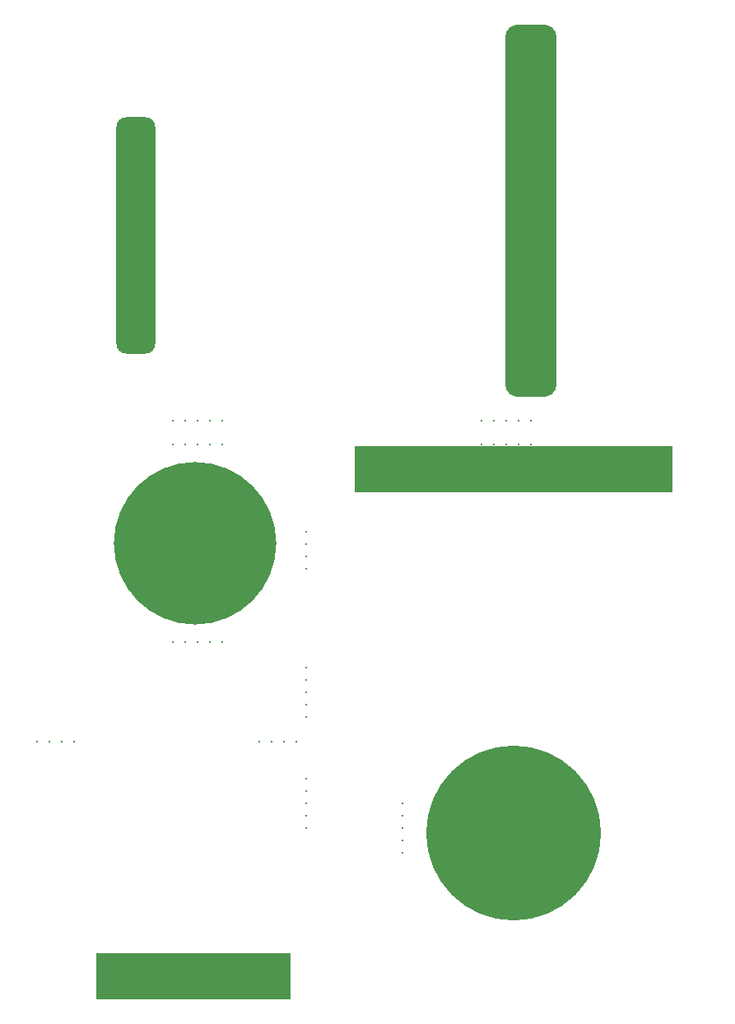
<source format=gts>
G04*
G04 #@! TF.GenerationSoftware,Altium Limited,Altium Designer,19.1.8 (144)*
G04*
G04 Layer_Color=8388736*
%FSLAX24Y24*%
%MOIN*%
G70*
G01*
G75*
%ADD18C,0.7080*%
%ADD19R,1.2880X0.1880*%
%ADD20R,0.7880X0.1880*%
%ADD21C,0.0080*%
G04:AMPARAMS|DCode=22|XSize=1508mil|YSize=208mil|CornerRadius=54mil|HoleSize=0mil|Usage=FLASHONLY|Rotation=90.000|XOffset=0mil|YOffset=0mil|HoleType=Round|Shape=RoundedRectangle|*
%AMROUNDEDRECTD22*
21,1,1.5080,0.1000,0,0,90.0*
21,1,1.4000,0.2080,0,0,90.0*
1,1,0.1080,0.0500,0.7000*
1,1,0.1080,0.0500,-0.7000*
1,1,0.1080,-0.0500,-0.7000*
1,1,0.1080,-0.0500,0.7000*
%
%ADD22ROUNDEDRECTD22*%
G04:AMPARAMS|DCode=23|XSize=958mil|YSize=158mil|CornerRadius=41.5mil|HoleSize=0mil|Usage=FLASHONLY|Rotation=90.000|XOffset=0mil|YOffset=0mil|HoleType=Round|Shape=RoundedRectangle|*
%AMROUNDEDRECTD23*
21,1,0.9580,0.0750,0,0,90.0*
21,1,0.8750,0.1580,0,0,90.0*
1,1,0.0830,0.0375,0.4375*
1,1,0.0830,0.0375,-0.4375*
1,1,0.0830,-0.0375,-0.4375*
1,1,0.0830,-0.0375,0.4375*
%
%ADD23ROUNDEDRECTD23*%
%ADD24C,0.6580*%
D18*
X19800Y4800D02*
D03*
D19*
Y19550D02*
D03*
D20*
X6827Y-1000D02*
D03*
D21*
X11400Y9500D02*
D03*
Y10000D02*
D03*
X11400Y11500D02*
D03*
Y11000D02*
D03*
X11400Y10500D02*
D03*
X15300Y4000D02*
D03*
Y4500D02*
D03*
Y5000D02*
D03*
Y5500D02*
D03*
X15300Y6000D02*
D03*
X11400Y5000D02*
D03*
X11400Y5500D02*
D03*
Y6000D02*
D03*
Y6500D02*
D03*
X11400Y7000D02*
D03*
X500Y8500D02*
D03*
X1000D02*
D03*
X1500D02*
D03*
X2000Y8500D02*
D03*
X11000Y8500D02*
D03*
X10500Y8500D02*
D03*
X10000D02*
D03*
X9500Y8500D02*
D03*
X6000Y12550D02*
D03*
X6500Y12550D02*
D03*
X7000D02*
D03*
X7500D02*
D03*
X8000D02*
D03*
X11400Y16500D02*
D03*
Y16000D02*
D03*
X11400Y15500D02*
D03*
X11400Y17000D02*
D03*
X8000Y21500D02*
D03*
Y20550D02*
D03*
X6000Y21500D02*
D03*
X6500D02*
D03*
X7000D02*
D03*
X7500D02*
D03*
X6000Y20550D02*
D03*
X6500D02*
D03*
X7000D02*
D03*
X7500D02*
D03*
X18500Y21500D02*
D03*
X19000D02*
D03*
X19500D02*
D03*
X20000D02*
D03*
X20500D02*
D03*
X18500Y20550D02*
D03*
X19000D02*
D03*
X19500D02*
D03*
X20000D02*
D03*
X20500D02*
D03*
D22*
X20500Y30000D02*
D03*
D23*
X4500Y29000D02*
D03*
D24*
X6900Y16550D02*
D03*
M02*

</source>
